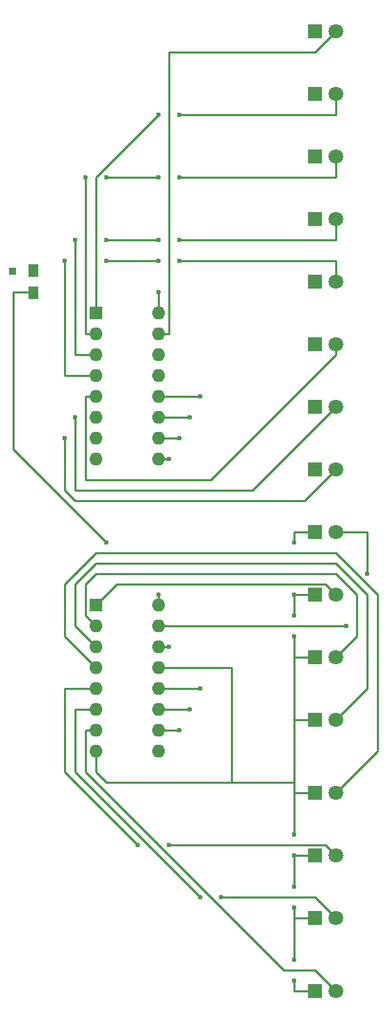
<source format=gbr>
G04 #@! TF.FileFunction,Copper,L1,Top,Signal*
%FSLAX46Y46*%
G04 Gerber Fmt 4.6, Leading zero omitted, Abs format (unit mm)*
G04 Created by KiCad (PCBNEW 4.0.7) date 03/23/18 20:40:15*
%MOMM*%
%LPD*%
G01*
G04 APERTURE LIST*
%ADD10C,0.100000*%
%ADD11R,1.600000X1.600000*%
%ADD12O,1.600000X1.600000*%
%ADD13R,1.800000X1.800000*%
%ADD14C,1.800000*%
%ADD15R,1.300000X1.500000*%
%ADD16R,0.850000X0.850000*%
%ADD17C,0.600000*%
%ADD18C,0.250000*%
G04 APERTURE END LIST*
D10*
D11*
X170180000Y-109220000D03*
D12*
X177800000Y-127000000D03*
X170180000Y-111760000D03*
X177800000Y-124460000D03*
X170180000Y-114300000D03*
X177800000Y-121920000D03*
X170180000Y-116840000D03*
X177800000Y-119380000D03*
X170180000Y-119380000D03*
X177800000Y-116840000D03*
X170180000Y-121920000D03*
X177800000Y-114300000D03*
X170180000Y-124460000D03*
X177800000Y-111760000D03*
X170180000Y-127000000D03*
X177800000Y-109220000D03*
D13*
X196850000Y-39370000D03*
D14*
X199390000Y-39370000D03*
D13*
X196850000Y-46990000D03*
D14*
X199390000Y-46990000D03*
D13*
X196850000Y-54610000D03*
D14*
X199390000Y-54610000D03*
D13*
X196850000Y-62230000D03*
D14*
X199390000Y-62230000D03*
D13*
X196850000Y-69850000D03*
D14*
X199390000Y-69850000D03*
D13*
X196850000Y-77470000D03*
D14*
X199390000Y-77470000D03*
D13*
X196850000Y-85090000D03*
D14*
X199390000Y-85090000D03*
D13*
X196850000Y-92710000D03*
D14*
X199390000Y-92710000D03*
D13*
X196850000Y-100330000D03*
D14*
X199390000Y-100330000D03*
D13*
X196850000Y-107950000D03*
D14*
X199390000Y-107950000D03*
D13*
X196850000Y-115570000D03*
D14*
X199390000Y-115570000D03*
D13*
X196850000Y-123190000D03*
D14*
X199390000Y-123190000D03*
D13*
X196850000Y-132080000D03*
D14*
X199390000Y-132080000D03*
D13*
X196850000Y-139700000D03*
D14*
X199390000Y-139700000D03*
D13*
X196850000Y-147320000D03*
D14*
X199390000Y-147320000D03*
D13*
X196850000Y-156210000D03*
D14*
X199390000Y-156210000D03*
D15*
X162560000Y-71200000D03*
X162560000Y-68500000D03*
D11*
X170180000Y-73660000D03*
D12*
X177800000Y-91440000D03*
X170180000Y-76200000D03*
X177800000Y-88900000D03*
X170180000Y-78740000D03*
X177800000Y-86360000D03*
X170180000Y-81280000D03*
X177800000Y-83820000D03*
X170180000Y-83820000D03*
X177800000Y-81280000D03*
X170180000Y-86360000D03*
X177800000Y-78740000D03*
X170180000Y-88900000D03*
X177800000Y-76200000D03*
X170180000Y-91440000D03*
X177800000Y-73660000D03*
D16*
X160020000Y-68580000D03*
D17*
X170180000Y-91440000D03*
X194310000Y-107950000D03*
X194310000Y-101600000D03*
X194310000Y-110490000D03*
X194310000Y-113030000D03*
X194310000Y-154940000D03*
X194310000Y-152400000D03*
X194310000Y-146050000D03*
X194310000Y-143510000D03*
X194310000Y-139700000D03*
X194310000Y-137160000D03*
X196850000Y-115570000D03*
X177800000Y-49530000D03*
X180340000Y-49530000D03*
X168910000Y-57150000D03*
X171450000Y-57150000D03*
X177800000Y-57150000D03*
X180340000Y-57150000D03*
X167640000Y-64770000D03*
X171450000Y-64770000D03*
X177800000Y-64770000D03*
X180340000Y-64770000D03*
X166370000Y-67310000D03*
X171450000Y-67310000D03*
X177800000Y-67310000D03*
X180340000Y-67310000D03*
X167640000Y-86360000D03*
X166370000Y-88900000D03*
X203200000Y-105410000D03*
X200660000Y-111760000D03*
X179070000Y-138430000D03*
X175260000Y-138430000D03*
X185420000Y-144780000D03*
X182880000Y-144780000D03*
X162560000Y-71120000D03*
X171450000Y-101600000D03*
X177800000Y-107950000D03*
X177800000Y-71120000D03*
X179070000Y-91440000D03*
X179070000Y-114300000D03*
X180340000Y-88900000D03*
X180340000Y-124460000D03*
X181610000Y-86360000D03*
X181610000Y-121920000D03*
X182880000Y-83820000D03*
X182880000Y-119380000D03*
D18*
X194310000Y-101600000D02*
X194310000Y-100330000D01*
X196850000Y-100330000D02*
X194310000Y-100330000D01*
X194310000Y-115570000D02*
X194310000Y-113030000D01*
X194310000Y-107950000D02*
X196850000Y-107950000D01*
X194310000Y-110490000D02*
X194310000Y-107950000D01*
X194310000Y-123190000D02*
X194310000Y-115570000D01*
X194310000Y-115570000D02*
X196850000Y-115570000D01*
X194310000Y-147320000D02*
X194310000Y-152400000D01*
X194310000Y-156210000D02*
X196850000Y-156210000D01*
X194310000Y-154940000D02*
X194310000Y-156210000D01*
X194310000Y-139700000D02*
X194310000Y-143510000D01*
X194310000Y-147320000D02*
X196850000Y-147320000D01*
X194310000Y-146050000D02*
X194310000Y-147320000D01*
X194310000Y-132080000D02*
X194310000Y-137160000D01*
X194310000Y-139700000D02*
X196850000Y-139700000D01*
X194310000Y-130810000D02*
X194310000Y-132080000D01*
X194310000Y-132080000D02*
X196850000Y-132080000D01*
X186690000Y-130810000D02*
X194310000Y-130810000D01*
X194310000Y-123190000D02*
X196850000Y-123190000D01*
X194310000Y-130810000D02*
X194310000Y-123190000D01*
X170180000Y-127000000D02*
X170180000Y-129540000D01*
X186690000Y-116840000D02*
X177800000Y-116840000D01*
X186690000Y-130810000D02*
X186690000Y-116840000D01*
X171450000Y-130810000D02*
X186690000Y-130810000D01*
X170180000Y-129540000D02*
X171450000Y-130810000D01*
X177800000Y-76200000D02*
X179070000Y-76200000D01*
X196850000Y-41910000D02*
X199390000Y-39370000D01*
X179070000Y-41910000D02*
X196850000Y-41910000D01*
X179070000Y-76200000D02*
X179070000Y-41910000D01*
X199390000Y-46990000D02*
X199390000Y-49530000D01*
X170180000Y-57150000D02*
X170180000Y-73660000D01*
X177800000Y-49530000D02*
X170180000Y-57150000D01*
X199390000Y-49530000D02*
X180340000Y-49530000D01*
X199390000Y-54610000D02*
X199390000Y-57150000D01*
X168910000Y-76200000D02*
X170180000Y-76200000D01*
X168910000Y-57150000D02*
X168910000Y-76200000D01*
X177800000Y-57150000D02*
X171450000Y-57150000D01*
X199390000Y-57150000D02*
X180340000Y-57150000D01*
X199390000Y-62230000D02*
X199390000Y-64770000D01*
X167640000Y-78740000D02*
X170180000Y-78740000D01*
X167640000Y-64770000D02*
X167640000Y-78740000D01*
X177800000Y-64770000D02*
X171450000Y-64770000D01*
X199390000Y-64770000D02*
X180340000Y-64770000D01*
X199390000Y-69850000D02*
X199390000Y-67310000D01*
X166370000Y-81280000D02*
X170180000Y-81280000D01*
X166370000Y-67310000D02*
X166370000Y-81280000D01*
X177800000Y-67310000D02*
X171450000Y-67310000D01*
X199390000Y-67310000D02*
X180340000Y-67310000D01*
X199390000Y-77470000D02*
X199390000Y-78740000D01*
X168910000Y-83820000D02*
X170180000Y-83820000D01*
X168910000Y-93980000D02*
X168910000Y-83820000D01*
X184150000Y-93980000D02*
X168910000Y-93980000D01*
X199390000Y-78740000D02*
X184150000Y-93980000D01*
X199390000Y-85090000D02*
X189230000Y-95250000D01*
X167640000Y-95250000D02*
X167640000Y-86360000D01*
X189230000Y-95250000D02*
X167640000Y-95250000D01*
X199390000Y-92710000D02*
X195580000Y-96520000D01*
X166370000Y-95250000D02*
X166370000Y-88900000D01*
X167640000Y-96520000D02*
X166370000Y-95250000D01*
X195580000Y-96520000D02*
X167640000Y-96520000D01*
X177800000Y-111760000D02*
X200660000Y-111760000D01*
X203200000Y-100330000D02*
X199390000Y-100330000D01*
X203200000Y-105410000D02*
X203200000Y-100330000D01*
X170180000Y-109220000D02*
X172720000Y-106680000D01*
X198120000Y-106680000D02*
X199390000Y-107950000D01*
X172720000Y-106680000D02*
X198120000Y-106680000D01*
X170180000Y-111760000D02*
X168910000Y-110490000D01*
X201930000Y-113030000D02*
X199390000Y-115570000D01*
X201930000Y-107950000D02*
X201930000Y-113030000D01*
X199390000Y-105410000D02*
X201930000Y-107950000D01*
X170180000Y-105410000D02*
X199390000Y-105410000D01*
X168910000Y-106680000D02*
X170180000Y-105410000D01*
X168910000Y-110490000D02*
X168910000Y-106680000D01*
X170180000Y-114300000D02*
X167640000Y-111760000D01*
X203200000Y-119380000D02*
X199390000Y-123190000D01*
X203200000Y-107950000D02*
X203200000Y-119380000D01*
X199390000Y-104140000D02*
X203200000Y-107950000D01*
X170180000Y-104140000D02*
X199390000Y-104140000D01*
X167640000Y-106680000D02*
X170180000Y-104140000D01*
X167640000Y-111760000D02*
X167640000Y-106680000D01*
X170180000Y-116840000D02*
X166370000Y-113030000D01*
X204470000Y-127000000D02*
X199390000Y-132080000D01*
X204470000Y-107950000D02*
X204470000Y-127000000D01*
X199390000Y-102870000D02*
X204470000Y-107950000D01*
X170180000Y-102870000D02*
X199390000Y-102870000D01*
X166370000Y-106680000D02*
X170180000Y-102870000D01*
X166370000Y-113030000D02*
X166370000Y-106680000D01*
X170180000Y-119380000D02*
X166370000Y-119380000D01*
X198120000Y-138430000D02*
X199390000Y-139700000D01*
X196850000Y-138430000D02*
X198120000Y-138430000D01*
X179070000Y-138430000D02*
X196850000Y-138430000D01*
X166370000Y-129540000D02*
X175260000Y-138430000D01*
X166370000Y-119380000D02*
X166370000Y-129540000D01*
X170180000Y-121920000D02*
X167640000Y-121920000D01*
X196850000Y-144780000D02*
X199390000Y-147320000D01*
X185420000Y-144780000D02*
X196850000Y-144780000D01*
X167640000Y-129540000D02*
X182880000Y-144780000D01*
X167640000Y-121920000D02*
X167640000Y-129540000D01*
X170180000Y-124460000D02*
X168910000Y-124460000D01*
X196850000Y-153670000D02*
X199390000Y-156210000D01*
X193040000Y-153670000D02*
X196850000Y-153670000D01*
X168910000Y-129540000D02*
X193040000Y-153670000D01*
X168910000Y-124460000D02*
X168910000Y-129540000D01*
X160100000Y-71120000D02*
X162560000Y-71120000D01*
X160100000Y-90250000D02*
X160100000Y-71120000D01*
X171450000Y-101600000D02*
X160100000Y-90250000D01*
X177800000Y-114300000D02*
X179070000Y-114300000D01*
X179070000Y-91440000D02*
X177800000Y-91440000D01*
X177800000Y-124460000D02*
X180340000Y-124460000D01*
X180340000Y-88900000D02*
X177800000Y-88900000D01*
X177800000Y-121920000D02*
X181610000Y-121920000D01*
X181610000Y-86360000D02*
X177800000Y-86360000D01*
X177800000Y-119380000D02*
X182880000Y-119380000D01*
X182880000Y-83820000D02*
X177800000Y-83820000D01*
X177800000Y-71120000D02*
X177800000Y-73660000D01*
X177800000Y-109220000D02*
X177800000Y-107950000D01*
M02*

</source>
